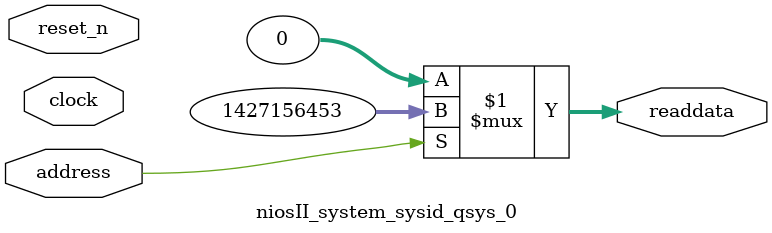
<source format=v>

`timescale 1ns / 1ps
// synthesis translate_on

// turn off superfluous verilog processor warnings 
// altera message_level Level1 
// altera message_off 10034 10035 10036 10037 10230 10240 10030 

module niosII_system_sysid_qsys_0 (
               // inputs:
                address,
                clock,
                reset_n,

               // outputs:
                readdata
             )
;

  output  [ 31: 0] readdata;
  input            address;
  input            clock;
  input            reset_n;

  wire    [ 31: 0] readdata;
  //control_slave, which is an e_avalon_slave
  assign readdata = address ? 1427156453 : 0;

endmodule




</source>
